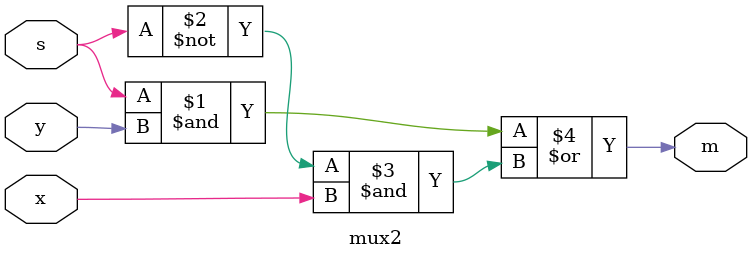
<source format=v>
module shifter(SW, KEY, LEDR);
	input [9:0] SW;
	input [3:0] KEY;
	output [7:0] LEDR;

	shifting s0(
			.load_val(SW[7:0]),
			.shift(KEY[2]),
			.load_n(KEY[1]),
			.clk(KEY[0]),
			.reset_n(SW[9]),
			.ASR(KEY[3]),
			.out(LEDR[7:0])
	);
endmodule

module shifting(load_val, shift, load_n, clk, reset_n, ASR, out);
	input [7:0] load_val;
	input shift, load_n, clk, reset_n, ASR;
	output [7:0] out;
	
	wire in_wire;
	
	mux2 m0(0, load_val[7], ASR, in_wire);
	one_bit_shifter o7(load_val[7], in_wire, shift, load_n, clk, reset_n, out[7]);
	one_bit_shifter o6(load_val[6], out[7], shift, load_n, clk, reset_n, out[6]);
	one_bit_shifter o5(load_val[5], out[6], shift, load_n, clk, reset_n, out[5]);
	one_bit_shifter o4(load_val[4], out[5], shift, load_n, clk, reset_n, out[4]);
	one_bit_shifter o3(load_val[3], out[4], shift, load_n, clk, reset_n, out[3]);
	one_bit_shifter o2(load_val[2], out[3], shift, load_n, clk, reset_n, out[2]);
	one_bit_shifter o1(load_val[1], out[2], shift, load_n, clk, reset_n, out[1]);
	one_bit_shifter o0(load_val[0], out[1], shift, load_n, clk, reset_n, out[0]);
endmodule

module one_bit_shifter(load_val, in, shift, load_n, clk, reset_n, out);
	input load_val, in, shift, load_n, clk, reset_n;
	output out;
	
	wire shift_to_loadn;
	wire loadn_to_d;
	
	mux2 m1(out, in, shift, shift_to_loadn);
	mux2 m2(load_val, shift_to_loadn, load_n, loadn_to_d);
	
	dFF d1(clk, reset_n, loadn_to_d, out);
endmodule

module dFF(clk, reset_n, d, q);
	input clk; // clock
	input reset_n; // reset
	input d; // input of 8 from ALU
	output q; 
	
	reg [7:0] q;
	
	always @(posedge clk)
	
	begin
		if (reset_n == 1'b0)
			q <= 0;
		else
			q <= d;
	end
endmodule

module mux2(x, y, s, m);
    input x; //selected when s is 0
    input y; //selected when s is 1
    input s; //select signal
    output m; //output
  
    assign m = s & y | ~s & x;

endmodule
</source>
